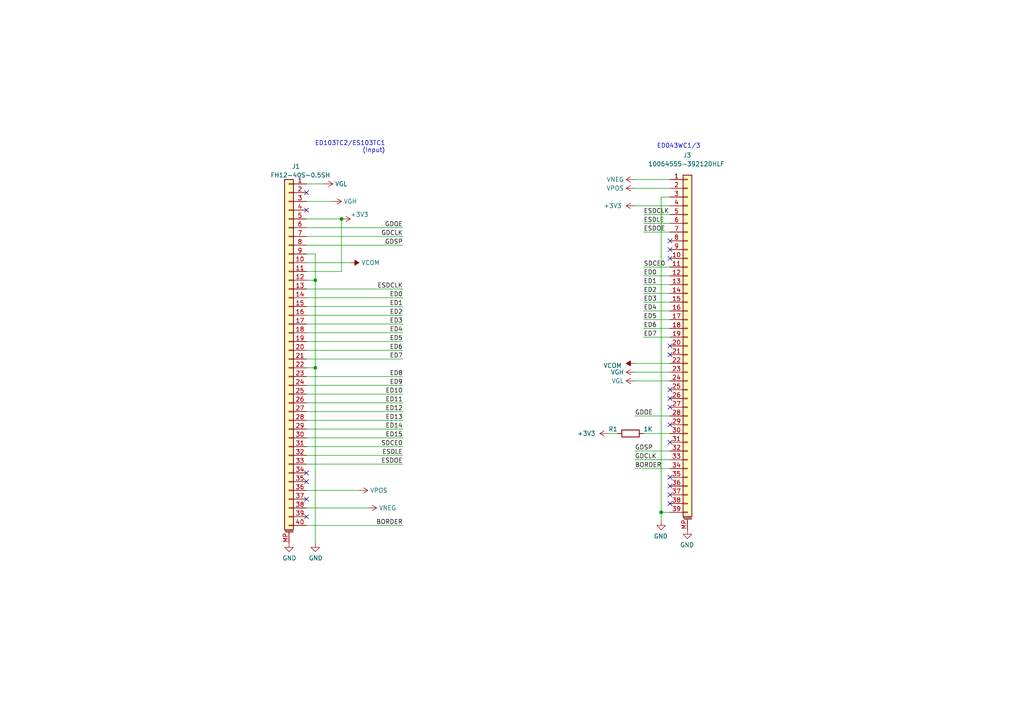
<source format=kicad_sch>
(kicad_sch (version 20231120) (generator "eeschema") (generator_version "8.0")
  (paper "A4")
  (lib_symbols
    (symbol "Connector_Generic_MountingPin:Conn_01x39_MountingPin" (pin_names (offset 1.016) hide)
      (property "Reference" "J" (at 0 50.8 0))
      (property "Value" "Conn_01x39_MountingPin" (at 1.27 -50.8 0))
      (symbol "Conn_01x39_MountingPin_1_1"
        (rectangle (start -1.27 -48.133) (end 0 -48.387) (stroke (width 0.1524)))
        (rectangle (start -1.27 -45.593) (end 0 -45.847) (stroke (width 0.1524)))
        (rectangle (start -1.27 -43.053) (end 0 -43.307) (stroke (width 0.1524)))
        (rectangle (start -1.27 -40.513) (end 0 -40.767) (stroke (width 0.1524)))
        (rectangle (start -1.27 -37.973) (end 0 -38.227) (stroke (width 0.1524)))
        (rectangle (start -1.27 -35.433) (end 0 -35.687) (stroke (width 0.1524)))
        (rectangle (start -1.27 -32.893) (end 0 -33.147) (stroke (width 0.1524)))
        (rectangle (start -1.27 -30.353) (end 0 -30.607) (stroke (width 0.1524)))
        (rectangle (start -1.27 -27.813) (end 0 -28.067) (stroke (width 0.1524)))
        (rectangle (start -1.27 -25.273) (end 0 -25.527) (stroke (width 0.1524)))
        (rectangle (start -1.27 -22.733) (end 0 -22.987) (stroke (width 0.1524)))
        (rectangle (start -1.27 -20.193) (end 0 -20.447) (stroke (width 0.1524)))
        (rectangle (start -1.27 -17.653) (end 0 -17.907) (stroke (width 0.1524)))
        (rectangle (start -1.27 -15.113) (end 0 -15.367) (stroke (width 0.1524)))
        (rectangle (start -1.27 -12.573) (end 0 -12.827) (stroke (width 0.1524)))
        (rectangle (start -1.27 -10.033) (end 0 -10.287) (stroke (width 0.1524)))
        (rectangle (start -1.27 -7.493) (end 0 -7.747) (stroke (width 0.1524)))
        (rectangle (start -1.27 -4.953) (end 0 -5.207) (stroke (width 0.1524)))
        (rectangle (start -1.27 -2.413) (end 0 -2.667) (stroke (width 0.1524)))
        (rectangle (start -1.27 0.127) (end 0 -0.127) (stroke (width 0.1524)))
        (rectangle (start -1.27 2.667) (end 0 2.413) (stroke (width 0.1524)))
        (rectangle (start -1.27 5.207) (end 0 4.953) (stroke (width 0.1524)))
        (rectangle (start -1.27 7.747) (end 0 7.493) (stroke (width 0.1524)))
        (rectangle (start -1.27 10.287) (end 0 10.033) (stroke (width 0.1524)))
        (rectangle (start -1.27 12.827) (end 0 12.573) (stroke (width 0.1524)))
        (rectangle (start -1.27 15.367) (end 0 15.113) (stroke (width 0.1524)))
        (rectangle (start -1.27 17.907) (end 0 17.653) (stroke (width 0.1524)))
        (rectangle (start -1.27 20.447) (end 0 20.193) (stroke (width 0.1524)))
        (rectangle (start -1.27 22.987) (end 0 22.733) (stroke (width 0.1524)))
        (rectangle (start -1.27 25.527) (end 0 25.273) (stroke (width 0.1524)))
        (rectangle (start -1.27 28.067) (end 0 27.813) (stroke (width 0.1524)))
        (rectangle (start -1.27 30.607) (end 0 30.353) (stroke (width 0.1524)))
        (rectangle (start -1.27 33.147) (end 0 32.893) (stroke (width 0.1524)))
        (rectangle (start -1.27 35.687) (end 0 35.433) (stroke (width 0.1524)))
        (rectangle (start -1.27 38.227) (end 0 37.973) (stroke (width 0.1524)))
        (rectangle (start -1.27 40.767) (end 0 40.513) (stroke (width 0.1524)))
        (rectangle (start -1.27 43.307) (end 0 43.053) (stroke (width 0.1524)))
        (rectangle (start -1.27 45.847) (end 0 45.593) (stroke (width 0.1524)))
        (rectangle (start -1.27 48.387) (end 0 48.133) (stroke (width 0.1524)))
        (rectangle (start -1.27 49.53) (end 1.27 -49.53) (stroke (width 0.254)) (fill (type background)))
        (polyline (pts (xy -1.016 -50.292) (xy 1.016 -50.292)) (stroke (width 0.1524)))
        (text "Mounting" (at 0 -49.911 0) (effects (font (size 0.381 0.381))))
        (pin passive line (at -5.08 48.26 0) (length 3.81) (name "Pin_1") (number "1"))
        (pin passive line (at -5.08 25.4 0) (length 3.81) (name "Pin_10") (number "10"))
        (pin passive line (at -5.08 22.86 0) (length 3.81) (name "Pin_11") (number "11"))
        (pin passive line (at -5.08 20.32 0) (length 3.81) (name "Pin_12") (number "12"))
        (pin passive line (at -5.08 17.78 0) (length 3.81) (name "Pin_13") (number "13"))
        (pin passive line (at -5.08 15.24 0) (length 3.81) (name "Pin_14") (number "14"))
        (pin passive line (at -5.08 12.7 0) (length 3.81) (name "Pin_15") (number "15"))
        (pin passive line (at -5.08 10.16 0) (length 3.81) (name "Pin_16") (number "16"))
        (pin passive line (at -5.08 7.62 0) (length 3.81) (name "Pin_17") (number "17"))
        (pin passive line (at -5.08 5.08 0) (length 3.81) (name "Pin_18") (number "18"))
        (pin passive line (at -5.08 2.54 0) (length 3.81) (name "Pin_19") (number "19"))
        (pin passive line (at -5.08 45.72 0) (length 3.81) (name "Pin_2") (number "2"))
        (pin passive line (at -5.08 0 0) (length 3.81) (name "Pin_20") (number "20"))
        (pin passive line (at -5.08 -2.54 0) (length 3.81) (name "Pin_21") (number "21"))
        (pin passive line (at -5.08 -5.08 0) (length 3.81) (name "Pin_22") (number "22"))
        (pin passive line (at -5.08 -7.62 0) (length 3.81) (name "Pin_23") (number "23"))
        (pin passive line (at -5.08 -10.16 0) (length 3.81) (name "Pin_24") (number "24"))
        (pin passive line (at -5.08 -12.7 0) (length 3.81) (name "Pin_25") (number "25"))
        (pin passive line (at -5.08 -15.24 0) (length 3.81) (name "Pin_26") (number "26"))
        (pin passive line (at -5.08 -17.78 0) (length 3.81) (name "Pin_27") (number "27"))
        (pin passive line (at -5.08 -20.32 0) (length 3.81) (name "Pin_28") (number "28"))
        (pin passive line (at -5.08 -22.86 0) (length 3.81) (name "Pin_29") (number "29"))
        (pin passive line (at -5.08 43.18 0) (length 3.81) (name "Pin_3") (number "3"))
        (pin passive line (at -5.08 -25.4 0) (length 3.81) (name "Pin_30") (number "30"))
        (pin passive line (at -5.08 -27.94 0) (length 3.81) (name "Pin_31") (number "31"))
        (pin passive line (at -5.08 -30.48 0) (length 3.81) (name "Pin_32") (number "32"))
        (pin passive line (at -5.08 -33.02 0) (length 3.81) (name "Pin_33") (number "33"))
        (pin passive line (at -5.08 -35.56 0) (length 3.81) (name "Pin_34") (number "34"))
        (pin passive line (at -5.08 -38.1 0) (length 3.81) (name "Pin_35") (number "35"))
        (pin passive line (at -5.08 -40.64 0) (length 3.81) (name "Pin_36") (number "36"))
        (pin passive line (at -5.08 -43.18 0) (length 3.81) (name "Pin_37") (number "37"))
        (pin passive line (at -5.08 -45.72 0) (length 3.81) (name "Pin_38") (number "38"))
        (pin passive line (at -5.08 -48.26 0) (length 3.81) (name "Pin_39") (number "39"))
        (pin passive line (at -5.08 40.64 0) (length 3.81) (name "Pin_4") (number "4"))
        (pin passive line (at -5.08 38.1 0) (length 3.81) (name "Pin_5") (number "5"))
        (pin passive line (at -5.08 35.56 0) (length 3.81) (name "Pin_6") (number "6"))
        (pin passive line (at -5.08 33.02 0) (length 3.81) (name "Pin_7") (number "7"))
        (pin passive line (at -5.08 30.48 0) (length 3.81) (name "Pin_8") (number "8"))
        (pin passive line (at -5.08 27.94 0) (length 3.81) (name "Pin_9") (number "9"))
        (pin passive line (at 0 -53.34 90) (length 3.048) (name "MountPin") (number "MP"))
      )
    )
    (symbol "Connector_Generic_MountingPin:Conn_01x40_MountingPin" (pin_names (offset 1.016) hide)
      (property "Reference" "J" (at 0 50.8 0))
      (property "Value" "Conn_01x40_MountingPin" (at 1.27 -53.34 0))
      (symbol "Conn_01x40_MountingPin_1_1"
        (rectangle (start -1.27 -50.673) (end 0 -50.927) (stroke (width 0.1524)))
        (rectangle (start -1.27 -48.133) (end 0 -48.387) (stroke (width 0.1524)))
        (rectangle (start -1.27 -45.593) (end 0 -45.847) (stroke (width 0.1524)))
        (rectangle (start -1.27 -43.053) (end 0 -43.307) (stroke (width 0.1524)))
        (rectangle (start -1.27 -40.513) (end 0 -40.767) (stroke (width 0.1524)))
        (rectangle (start -1.27 -37.973) (end 0 -38.227) (stroke (width 0.1524)))
        (rectangle (start -1.27 -35.433) (end 0 -35.687) (stroke (width 0.1524)))
        (rectangle (start -1.27 -32.893) (end 0 -33.147) (stroke (width 0.1524)))
        (rectangle (start -1.27 -30.353) (end 0 -30.607) (stroke (width 0.1524)))
        (rectangle (start -1.27 -27.813) (end 0 -28.067) (stroke (width 0.1524)))
        (rectangle (start -1.27 -25.273) (end 0 -25.527) (stroke (width 0.1524)))
        (rectangle (start -1.27 -22.733) (end 0 -22.987) (stroke (width 0.1524)))
        (rectangle (start -1.27 -20.193) (end 0 -20.447) (stroke (width 0.1524)))
        (rectangle (start -1.27 -17.653) (end 0 -17.907) (stroke (width 0.1524)))
        (rectangle (start -1.27 -15.113) (end 0 -15.367) (stroke (width 0.1524)))
        (rectangle (start -1.27 -12.573) (end 0 -12.827) (stroke (width 0.1524)))
        (rectangle (start -1.27 -10.033) (end 0 -10.287) (stroke (width 0.1524)))
        (rectangle (start -1.27 -7.493) (end 0 -7.747) (stroke (width 0.1524)))
        (rectangle (start -1.27 -4.953) (end 0 -5.207) (stroke (width 0.1524)))
        (rectangle (start -1.27 -2.413) (end 0 -2.667) (stroke (width 0.1524)))
        (rectangle (start -1.27 0.127) (end 0 -0.127) (stroke (width 0.1524)))
        (rectangle (start -1.27 2.667) (end 0 2.413) (stroke (width 0.1524)))
        (rectangle (start -1.27 5.207) (end 0 4.953) (stroke (width 0.1524)))
        (rectangle (start -1.27 7.747) (end 0 7.493) (stroke (width 0.1524)))
        (rectangle (start -1.27 10.287) (end 0 10.033) (stroke (width 0.1524)))
        (rectangle (start -1.27 12.827) (end 0 12.573) (stroke (width 0.1524)))
        (rectangle (start -1.27 15.367) (end 0 15.113) (stroke (width 0.1524)))
        (rectangle (start -1.27 17.907) (end 0 17.653) (stroke (width 0.1524)))
        (rectangle (start -1.27 20.447) (end 0 20.193) (stroke (width 0.1524)))
        (rectangle (start -1.27 22.987) (end 0 22.733) (stroke (width 0.1524)))
        (rectangle (start -1.27 25.527) (end 0 25.273) (stroke (width 0.1524)))
        (rectangle (start -1.27 28.067) (end 0 27.813) (stroke (width 0.1524)))
        (rectangle (start -1.27 30.607) (end 0 30.353) (stroke (width 0.1524)))
        (rectangle (start -1.27 33.147) (end 0 32.893) (stroke (width 0.1524)))
        (rectangle (start -1.27 35.687) (end 0 35.433) (stroke (width 0.1524)))
        (rectangle (start -1.27 38.227) (end 0 37.973) (stroke (width 0.1524)))
        (rectangle (start -1.27 40.767) (end 0 40.513) (stroke (width 0.1524)))
        (rectangle (start -1.27 43.307) (end 0 43.053) (stroke (width 0.1524)))
        (rectangle (start -1.27 45.847) (end 0 45.593) (stroke (width 0.1524)))
        (rectangle (start -1.27 48.387) (end 0 48.133) (stroke (width 0.1524)))
        (rectangle (start -1.27 49.53) (end 1.27 -52.07) (stroke (width 0.254)) (fill (type background)))
        (polyline (pts (xy -1.016 -52.832) (xy 1.016 -52.832)) (stroke (width 0.1524)))
        (text "Mounting" (at 0 -52.451 0) (effects (font (size 0.381 0.381))))
        (pin passive line (at -5.08 48.26 0) (length 3.81) (name "Pin_1") (number "1"))
        (pin passive line (at -5.08 25.4 0) (length 3.81) (name "Pin_10") (number "10"))
        (pin passive line (at -5.08 22.86 0) (length 3.81) (name "Pin_11") (number "11"))
        (pin passive line (at -5.08 20.32 0) (length 3.81) (name "Pin_12") (number "12"))
        (pin passive line (at -5.08 17.78 0) (length 3.81) (name "Pin_13") (number "13"))
        (pin passive line (at -5.08 15.24 0) (length 3.81) (name "Pin_14") (number "14"))
        (pin passive line (at -5.08 12.7 0) (length 3.81) (name "Pin_15") (number "15"))
        (pin passive line (at -5.08 10.16 0) (length 3.81) (name "Pin_16") (number "16"))
        (pin passive line (at -5.08 7.62 0) (length 3.81) (name "Pin_17") (number "17"))
        (pin passive line (at -5.08 5.08 0) (length 3.81) (name "Pin_18") (number "18"))
        (pin passive line (at -5.08 2.54 0) (length 3.81) (name "Pin_19") (number "19"))
        (pin passive line (at -5.08 45.72 0) (length 3.81) (name "Pin_2") (number "2"))
        (pin passive line (at -5.08 0 0) (length 3.81) (name "Pin_20") (number "20"))
        (pin passive line (at -5.08 -2.54 0) (length 3.81) (name "Pin_21") (number "21"))
        (pin passive line (at -5.08 -5.08 0) (length 3.81) (name "Pin_22") (number "22"))
        (pin passive line (at -5.08 -7.62 0) (length 3.81) (name "Pin_23") (number "23"))
        (pin passive line (at -5.08 -10.16 0) (length 3.81) (name "Pin_24") (number "24"))
        (pin passive line (at -5.08 -12.7 0) (length 3.81) (name "Pin_25") (number "25"))
        (pin passive line (at -5.08 -15.24 0) (length 3.81) (name "Pin_26") (number "26"))
        (pin passive line (at -5.08 -17.78 0) (length 3.81) (name "Pin_27") (number "27"))
        (pin passive line (at -5.08 -20.32 0) (length 3.81) (name "Pin_28") (number "28"))
        (pin passive line (at -5.08 -22.86 0) (length 3.81) (name "Pin_29") (number "29"))
        (pin passive line (at -5.08 43.18 0) (length 3.81) (name "Pin_3") (number "3"))
        (pin passive line (at -5.08 -25.4 0) (length 3.81) (name "Pin_30") (number "30"))
        (pin passive line (at -5.08 -27.94 0) (length 3.81) (name "Pin_31") (number "31"))
        (pin passive line (at -5.08 -30.48 0) (length 3.81) (name "Pin_32") (number "32"))
        (pin passive line (at -5.08 -33.02 0) (length 3.81) (name "Pin_33") (number "33"))
        (pin passive line (at -5.08 -35.56 0) (length 3.81) (name "Pin_34") (number "34"))
        (pin passive line (at -5.08 -38.1 0) (length 3.81) (name "Pin_35") (number "35"))
        (pin passive line (at -5.08 -40.64 0) (length 3.81) (name "Pin_36") (number "36"))
        (pin passive line (at -5.08 -43.18 0) (length 3.81) (name "Pin_37") (number "37"))
        (pin passive line (at -5.08 -45.72 0) (length 3.81) (name "Pin_38") (number "38"))
        (pin passive line (at -5.08 -48.26 0) (length 3.81) (name "Pin_39") (number "39"))
        (pin passive line (at -5.08 40.64 0) (length 3.81) (name "Pin_4") (number "4"))
        (pin passive line (at -5.08 -50.8 0) (length 3.81) (name "Pin_40") (number "40"))
        (pin passive line (at -5.08 38.1 0) (length 3.81) (name "Pin_5") (number "5"))
        (pin passive line (at -5.08 35.56 0) (length 3.81) (name "Pin_6") (number "6"))
        (pin passive line (at -5.08 33.02 0) (length 3.81) (name "Pin_7") (number "7"))
        (pin passive line (at -5.08 30.48 0) (length 3.81) (name "Pin_8") (number "8"))
        (pin passive line (at -5.08 27.94 0) (length 3.81) (name "Pin_9") (number "9"))
        (pin passive line (at 0 -55.88 90) (length 3.048) (name "MountPin") (number "MP"))
      )
    )
    (symbol "Device:R" (pin_numbers hide) (pin_names (offset 0))
      (property "Reference" "R" (at 2.032 0 90))
      (property "Value" "R" (at 0 0 90))
      (symbol "R_0_1"
        (rectangle (start -1.016 -2.54) (end 1.016 2.54) (stroke (width 0.254)))
      )
      (symbol "R_1_1"
        (pin passive line (at 0 3.81 270) (length 1.27) (name "~") (number "1"))
        (pin passive line (at 0 -3.81 90) (length 1.27) (name "~") (number "2"))
      )
    )
    (symbol "power:+3V3" (power) (pin_names (offset 0))
      (property "Value" "+3V3" (at 0 3.556 0))
      (symbol "+3V3_0_1"
        (polyline (pts (xy -0.762 1.27) (xy 0 2.54)))
        (polyline (pts (xy 0 0) (xy 0 2.54)))
        (polyline (pts (xy 0 2.54) (xy 0.762 1.27)))
      )
      (symbol "+3V3_1_1"
        (pin power_in line (at 0 0 90) (length 0) hide (name "+3V3") (number "1"))
      )
    )
    (symbol "power:GND" (power) (pin_names (offset 0))
      (property "Value" "GND" (at 0 -3.81 0))
      (symbol "GND_0_1"
        (polyline (pts (xy 0 0) (xy 0 -1.27) (xy 1.27 -1.27) (xy 0 -2.54) (xy -1.27 -1.27) (xy 0 -1.27)))
      )
      (symbol "GND_1_1"
        (pin power_in line (at 0 0 270) (length 0) hide (name "GND") (number "1"))
      )
    )
    (symbol "power:VCOM" (power) (pin_names (offset 0))
      (property "Value" "VCOM" (at 0 3.81 0))
      (symbol "VCOM_0_1"
        (polyline (pts (xy 0 0) (xy 0 2.54)))
        (polyline (pts (xy 0.762 1.27) (xy -0.762 1.27) (xy 0 2.54) (xy 0.762 1.27)) (fill (type outline)))
      )
      (symbol "VCOM_1_1"
        (pin power_in line (at 0 0 90) (length 0) hide (name "VCOM") (number "1"))
      )
    )
    (symbol "symbols:VGH" (power) (pin_names (offset 0))
      (property "Value" "VGH" (at 0 3.556 0))
      (symbol "VGH_0_1"
        (polyline (pts (xy -0.762 1.27) (xy 0 2.54)))
        (polyline (pts (xy 0 0) (xy 0 2.54)))
        (polyline (pts (xy 0 2.54) (xy 0.762 1.27)))
      )
      (symbol "VGH_1_1"
        (pin power_in line (at 0 0 90) (length 0) hide (name "VGH") (number "1"))
      )
    )
    (symbol "symbols:VGL" (power) (pin_names (offset 0))
      (property "Value" "VGL" (at 0 3.556 0))
      (symbol "VGL_0_1"
        (polyline (pts (xy -0.762 1.27) (xy 0 2.54)))
        (polyline (pts (xy 0 0) (xy 0 2.54)))
        (polyline (pts (xy 0 2.54) (xy 0.762 1.27)))
      )
      (symbol "VGL_1_1"
        (pin power_in line (at 0 0 90) (length 0) hide (name "VGL") (number "1"))
      )
    )
    (symbol "symbols:VNEG" (power) (pin_names (offset 0))
      (property "Value" "VNEG" (at 0 3.556 0))
      (symbol "VNEG_0_1"
        (polyline (pts (xy -0.762 1.27) (xy 0 2.54)))
        (polyline (pts (xy 0 0) (xy 0 2.54)))
        (polyline (pts (xy 0 2.54) (xy 0.762 1.27)))
      )
      (symbol "VNEG_1_1"
        (pin power_in line (at 0 0 90) (length 0) hide (name "VNEG") (number "1"))
      )
    )
    (symbol "symbols:VPOS" (power) (pin_names (offset 0))
      (property "Value" "VPOS" (at 0 3.556 0))
      (symbol "VPOS_0_1"
        (polyline (pts (xy -0.762 1.27) (xy 0 2.54)))
        (polyline (pts (xy 0 0) (xy 0 2.54)))
        (polyline (pts (xy 0 2.54) (xy 0.762 1.27)))
      )
      (symbol "VPOS_1_1"
        (pin power_in line (at 0 0 90) (length 0) hide (name "VPOS") (number "1"))
      )
    )
  )
  (junction (at 91.44 81.28) (diameter 0.9144))
  (junction (at 191.77 148.59))
  (junction (at 91.44 106.68) (diameter 0.9144))
  (junction (at 99.06 63.5))
  (no_connect (at 88.9 137.16))
  (no_connect (at 194.31 146.05))
  (no_connect (at 194.31 118.11))
  (no_connect (at 194.31 113.03))
  (no_connect (at 194.31 140.97))
  (no_connect (at 88.9 144.78))
  (no_connect (at 194.31 115.57))
  (no_connect (at 88.9 55.88))
  (no_connect (at 194.31 72.39))
  (no_connect (at 194.31 123.19))
  (no_connect (at 194.31 69.85))
  (no_connect (at 194.31 102.87))
  (no_connect (at 194.31 74.93))
  (no_connect (at 88.9 139.7))
  (no_connect (at 194.31 138.43))
  (no_connect (at 194.31 143.51))
  (no_connect (at 88.9 149.86))
  (no_connect (at 88.9 60.96))
  (no_connect (at 194.31 128.27))
  (no_connect (at 194.31 100.33))
  (wire (pts (xy 184.15 105.41) (xy 194.31 105.41)))
  (wire (pts (xy 106.68 147.32) (xy 88.9 147.32)))
  (wire (pts (xy 88.9 121.92) (xy 116.84 121.92)))
  (wire (pts (xy 99.06 63.5) (xy 99.06 78.74)))
  (wire (pts (xy 88.9 119.38) (xy 116.84 119.38)))
  (wire (pts (xy 88.9 124.46) (xy 116.84 124.46)))
  (wire (pts (xy 191.77 57.15) (xy 191.77 148.59)))
  (wire (pts (xy 186.69 80.01) (xy 194.31 80.01)))
  (wire (pts (xy 88.9 109.22) (xy 116.84 109.22)))
  (wire (pts (xy 186.69 97.79) (xy 194.31 97.79)))
  (wire (pts (xy 186.69 62.23) (xy 194.31 62.23)))
  (wire (pts (xy 176.53 125.73) (xy 179.07 125.73)))
  (wire (pts (xy 186.69 92.71) (xy 194.31 92.71)))
  (wire (pts (xy 88.9 99.06) (xy 116.84 99.06)))
  (wire (pts (xy 186.69 64.77) (xy 194.31 64.77)))
  (wire (pts (xy 88.9 101.6) (xy 116.84 101.6)))
  (wire (pts (xy 93.98 53.34) (xy 88.9 53.34)))
  (wire (pts (xy 184.15 135.89) (xy 194.31 135.89)))
  (wire (pts (xy 191.77 148.59) (xy 194.31 148.59)))
  (wire (pts (xy 88.9 114.3) (xy 116.84 114.3)))
  (wire (pts (xy 186.69 87.63) (xy 194.31 87.63)))
  (wire (pts (xy 186.69 95.25) (xy 194.31 95.25)))
  (wire (pts (xy 88.9 129.54) (xy 116.84 129.54)))
  (wire (pts (xy 88.9 93.98) (xy 116.84 93.98)))
  (wire (pts (xy 91.44 81.28) (xy 88.9 81.28)))
  (wire (pts (xy 194.31 120.65) (xy 184.15 120.65)))
  (wire (pts (xy 88.9 68.58) (xy 116.84 68.58)))
  (wire (pts (xy 184.15 59.69) (xy 194.31 59.69)))
  (wire (pts (xy 104.14 142.24) (xy 88.9 142.24)))
  (wire (pts (xy 91.44 73.66) (xy 91.44 81.28)))
  (wire (pts (xy 88.9 73.66) (xy 91.44 73.66)))
  (wire (pts (xy 88.9 86.36) (xy 116.84 86.36)))
  (wire (pts (xy 186.69 125.73) (xy 194.31 125.73)))
  (wire (pts (xy 88.9 127) (xy 116.84 127)))
  (wire (pts (xy 194.31 130.81) (xy 184.15 130.81)))
  (wire (pts (xy 194.31 57.15) (xy 191.77 57.15)))
  (wire (pts (xy 88.9 83.82) (xy 116.84 83.82)))
  (wire (pts (xy 88.9 111.76) (xy 116.84 111.76)))
  (wire (pts (xy 184.15 110.49) (xy 194.31 110.49)))
  (wire (pts (xy 88.9 104.14) (xy 116.84 104.14)))
  (wire (pts (xy 101.6 76.2) (xy 88.9 76.2)))
  (wire (pts (xy 184.15 107.95) (xy 194.31 107.95)))
  (wire (pts (xy 88.9 71.12) (xy 116.84 71.12)))
  (wire (pts (xy 88.9 88.9) (xy 116.84 88.9)))
  (wire (pts (xy 99.06 78.74) (xy 88.9 78.74)))
  (wire (pts (xy 88.9 96.52) (xy 116.84 96.52)))
  (wire (pts (xy 96.52 58.42) (xy 88.9 58.42)))
  (wire (pts (xy 191.77 148.59) (xy 191.77 151.13)))
  (wire (pts (xy 186.69 67.31) (xy 194.31 67.31)))
  (wire (pts (xy 186.69 82.55) (xy 194.31 82.55)))
  (wire (pts (xy 186.69 85.09) (xy 194.31 85.09)))
  (wire (pts (xy 88.9 66.04) (xy 116.84 66.04)))
  (wire (pts (xy 88.9 91.44) (xy 116.84 91.44)))
  (wire (pts (xy 99.06 63.5) (xy 88.9 63.5)))
  (wire (pts (xy 194.31 133.35) (xy 184.15 133.35)))
  (wire (pts (xy 91.44 81.28) (xy 91.44 106.68)))
  (wire (pts (xy 91.44 106.68) (xy 91.44 157.48)))
  (wire (pts (xy 184.15 54.61) (xy 194.31 54.61)))
  (wire (pts (xy 186.69 77.47) (xy 194.31 77.47)))
  (wire (pts (xy 91.44 106.68) (xy 88.9 106.68)))
  (wire (pts (xy 186.69 90.17) (xy 194.31 90.17)))
  (wire (pts (xy 88.9 132.08) (xy 116.84 132.08)))
  (wire (pts (xy 88.9 134.62) (xy 116.84 134.62)))
  (wire (pts (xy 88.9 152.4) (xy 116.84 152.4)))
  (wire (pts (xy 88.9 116.84) (xy 116.84 116.84)))
  (wire (pts (xy 184.15 52.07) (xy 194.31 52.07)))
  (text "ED103TC2/ES103TC1\n(Input)" (at 111.76 44.45 0) (effects (font (size 1.27 1.27)) (justify right bottom)))
  (text "ED043WC1/3" (at 190.5 43.18 0) (effects (font (size 1.27 1.27)) (justify left bottom)))
  (label "BORDER" (at 184.15 135.89 0))
  (label "ED10" (at 116.84 114.3 180))
  (label "ED3" (at 186.69 87.63 0))
  (label "ESDOE" (at 116.84 134.62 180))
  (label "GDSP" (at 184.15 130.81 0))
  (label "ED4" (at 186.69 90.17 0))
  (label "ED2" (at 186.69 85.09 0))
  (label "ED15" (at 116.84 127 180))
  (label "ED12" (at 116.84 119.38 180))
  (label "ESDOE" (at 186.69 67.31 0))
  (label "ESDCLK" (at 116.84 83.82 180))
  (label "ED2" (at 116.84 91.44 180))
  (label "GDOE" (at 116.84 66.04 180))
  (label "ED7" (at 186.69 97.79 0))
  (label "ED11" (at 116.84 116.84 180))
  (label "ED13" (at 116.84 121.92 180))
  (label "ED5" (at 186.69 92.71 0))
  (label "ED3" (at 116.84 93.98 180))
  (label "ESDLE" (at 186.69 64.77 0))
  (label "ESDCLK" (at 186.69 62.23 0))
  (label "ED4" (at 116.84 96.52 180))
  (label "GDSP" (at 116.84 71.12 180))
  (label "ED1" (at 186.69 82.55 0))
  (label "ED9" (at 116.84 111.76 180))
  (label "ESDLE" (at 116.84 132.08 180))
  (label "ED1" (at 116.84 88.9 180))
  (label "GDCLK" (at 184.15 133.35 0))
  (label "ED14" (at 116.84 124.46 180))
  (label "SDCE0" (at 116.84 129.54 180))
  (label "GDCLK" (at 116.84 68.58 180))
  (label "ED5" (at 116.84 99.06 180))
  (label "BORDER" (at 116.84 152.4 180))
  (label "SDCE0" (at 186.69 77.47 0))
  (label "ED6" (at 116.84 101.6 180))
  (label "ED0" (at 116.84 86.36 180))
  (label "GDOE" (at 184.15 120.65 0))
  (label "ED6" (at 186.69 95.25 0))
  (label "ED0" (at 186.69 80.01 0))
  (label "ED8" (at 116.84 109.22 180))
  (label "ED7" (at 116.84 104.14 180))
  (symbol (lib_id "power:+3V3") (at 184.15 59.69 90) (unit 1)
    (property "Reference" "#PWR023" (effects (hide yes)))
    (property "Value" "+3V3" (at 180.34 59.6899 90) (effects (justify left)))
  )
  (symbol (lib_id "power:+3V3") (at 99.06 63.5 270) (unit 1)
    (property "Reference" "#PWR0101" (effects (hide yes)))
    (property "Value" "+3V3" (at 101.6 62.23 90) (effects (justify left)))
  )
  (symbol (lib_id "power:VCOM") (at 184.15 105.41 90) (unit 1)
    (property "Reference" "#PWR024" (effects (hide yes)))
    (property "Value" "VCOM" (at 180.34 106.0449 90) (effects (justify left)))
  )
  (symbol (lib_id "symbols:VGL") (at 184.15 110.49 90) (unit 1)
    (property "Reference" "#PWR026" (effects (hide yes)))
    (property "Value" "VGL" (at 180.975 110.4899 90) (effects (justify left)))
  )
  (symbol (lib_id "symbols:VGH") (at 184.15 107.95 90) (unit 1)
    (property "Reference" "#PWR025" (effects (hide yes)))
    (property "Value" "VGH" (at 179.07 107.95 90))
  )
  (symbol (lib_id "symbols:VGL") (at 93.98 53.34 270) (mirror x) (unit 1)
    (property "Reference" "#PWR03" (effects (hide yes)))
    (property "Value" "VGL" (at 97.155 53.3399 90) (effects (justify left)))
  )
  (symbol (lib_id "symbols:VGH") (at 96.52 58.42 270) (mirror x) (unit 1)
    (property "Reference" "#PWR05" (effects (hide yes)))
    (property "Value" "VGH" (at 101.6 58.42 90))
  )
  (symbol (lib_id "symbols:VNEG") (at 106.68 147.32 270) (mirror x) (unit 1)
    (property "Reference" "#PWR09" (effects (hide yes)))
    (property "Value" "VNEG" (at 112.395 147.32 90))
  )
  (symbol (lib_id "power:GND") (at 199.39 153.67 0) (mirror y) (unit 1)
    (property "Reference" "#PWR028" (effects (hide yes)))
    (property "Value" "GND" (at 199.263 158.0642 0))
  )
  (symbol (lib_id "power:GND") (at 191.77 151.13 0) (mirror y) (unit 1)
    (property "Reference" "#PWR027" (effects (hide yes)))
    (property "Value" "GND" (at 191.643 155.5242 0))
  )
  (symbol (lib_id "symbols:VPOS") (at 184.15 54.61 90) (unit 1)
    (property "Reference" "#PWR022" (effects (hide yes)))
    (property "Value" "VPOS" (at 180.975 54.6099 90) (effects (justify left)))
  )
  (symbol (lib_id "power:+3V3") (at 176.53 125.73 90) (unit 1)
    (property "Reference" "#PWR04" (effects (hide yes)))
    (property "Value" "+3V3" (at 172.72 125.7299 90) (effects (justify left)))
  )
  (symbol (lib_id "symbols:VNEG") (at 184.15 52.07 90) (unit 1)
    (property "Reference" "#PWR021" (effects (hide yes)))
    (property "Value" "VNEG" (at 178.435 52.07 90))
  )
  (symbol (lib_id "symbols:VPOS") (at 104.14 142.24 270) (mirror x) (unit 1)
    (property "Reference" "#PWR08" (effects (hide yes)))
    (property "Value" "VPOS" (at 107.315 142.2399 90) (effects (justify left)))
  )
  (symbol (lib_id "Connector_Generic_MountingPin:Conn_01x39_MountingPin") (at 199.39 100.33 0) (unit 1)
    (property "Reference" "J3" (at 198.12 45.0214 0) (effects (justify left)))
    (property "Value" "10064555-392120HLF" (at 187.96 47.5614 0) (effects (justify left)))
    (property "Footprint" "footprints:HRS_FH26W-39S-0.3SHW(60)" (effects (hide yes)))
    (property "LCSC" "609-10064555-392120HLFCT-ND" (effects (hide yes)))
    (property "Ref.Price" "0.95" (effects (hide yes)))
  )
  (symbol (lib_id "power:GND") (at 83.82 157.48 0) (unit 1)
    (property "Reference" "#PWR01" (effects (hide yes)))
    (property "Value" "GND" (at 83.947 161.8742 0))
  )
  (symbol (lib_id "power:GND") (at 91.44 157.48 0) (unit 1)
    (property "Reference" "#PWR02" (effects (hide yes)))
    (property "Value" "GND" (at 91.567 161.8742 0))
  )
  (symbol (lib_id "power:VCOM") (at 101.6 76.2 270) (mirror x) (unit 1)
    (property "Reference" "#PWR07" (effects (hide yes)))
    (property "Value" "VCOM" (at 104.775 76.1999 90) (effects (justify left)))
  )
  (symbol (lib_id "Connector_Generic_MountingPin:Conn_01x40_MountingPin") (at 83.82 101.6 0) (mirror y) (unit 1)
    (property "Reference" "J1" (at 85.852 48.26 0))
    (property "Value" "FH12-40S-0.5SH" (at 87.122 50.8 0))
    (property "Footprint" "footprints:Hirose_FH12-40S-0.5SH_1x40-1MP_P0.50mm_Horizontal_Reversed" (effects (hide yes)))
  )
  (symbol (lib_id "Device:R") (at 182.88 125.73 90) (unit 1)
    (property "Reference" "R1" (at 177.8 124.46 90))
    (property "Value" "1K" (at 187.96 124.46 90))
    (property "Footprint" "Resistor_SMD:R_0603_1608Metric" (effects (hide yes)))
    (property "Description" "Resistor" (effects (hide yes)))
  )
)
</source>
